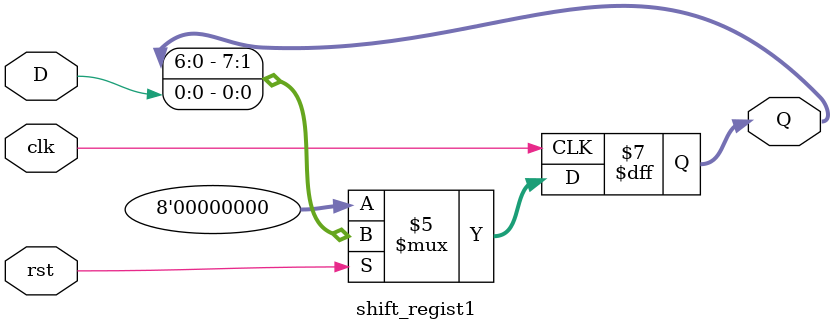
<source format=v>
module shift_regist2(Q,D,rst,clk);
    output reg [7:0]    Q;
    input  wire         D, rst, clk;
    integer i;
    always@(posedge clk)
        begin
            for(i=7; i>0; i=i-1)
                Q[i] <= Q[i-1];
            Q[0] <= D;
        end      
    initial begin
        Q[7:0] <= 8'b01010101;
        #10 $finish;
    end
endmodule

module shift_regist1(Q,D,rst,clk);
    output reg [7:0]    Q;
    input  wire         D, rst, clk;
    always@(posedge clk)
        if(!rst)    Q <= 8'b00000000;
        else        Q <= {Q[6:0],D};
endmodule
</source>
